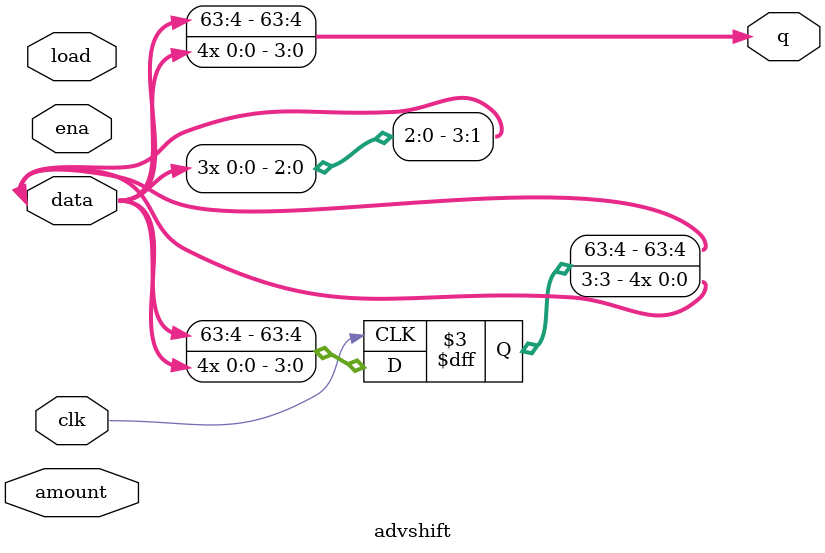
<source format=v>
module advshift(input clk,
input load,
input ena,
input [1:0] amount,
input [63:0] data,
output reg [63:0] q); 
// when load is high, assign data[63:0] to shift register q.
// if ena is high, shift q.
// amount: Chooses which direction and how much to shift.
// 2'b00: shift left by 1 bit.
// 2'b01: shift left by 8 bits.
// 2'b10: shift right by 1 bit.
// 2'b11: shift right by 8 bits.



assign q = {data[63:0], data[63:0], data[63:0], data[63:0]};

always @(posedge clk)
	if (ena)
		q <= {data[63:0], data[63:0], data[63:0], data[63:0]};

assign q[0] = data[63:0];

assign q[1] = {data[63:0], data[63:0], data[63:0], data[63:0]};

assign q[2] = {data[63:0], data[63:0], data[63:0], data[63:0]};

assign q[3] = {data[63:0], data[63:0], data[63:0], data[63:0]};

endmodule

</source>
